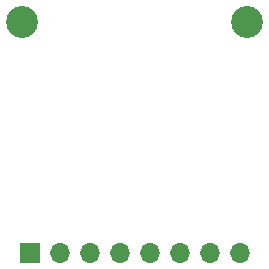
<source format=gbr>
%TF.GenerationSoftware,KiCad,Pcbnew,7.0.1*%
%TF.CreationDate,2023-04-15T14:41:49-07:00*%
%TF.ProjectId,SPI Flash Carrier,53504920-466c-4617-9368-204361727269,rev?*%
%TF.SameCoordinates,Original*%
%TF.FileFunction,Soldermask,Bot*%
%TF.FilePolarity,Negative*%
%FSLAX46Y46*%
G04 Gerber Fmt 4.6, Leading zero omitted, Abs format (unit mm)*
G04 Created by KiCad (PCBNEW 7.0.1) date 2023-04-15 14:41:49*
%MOMM*%
%LPD*%
G01*
G04 APERTURE LIST*
%ADD10C,2.700000*%
%ADD11R,1.700000X1.700000*%
%ADD12O,1.700000X1.700000*%
G04 APERTURE END LIST*
D10*
%TO.C,REF\u002A\u002A*%
X72000000Y-53000000D03*
%TD*%
D11*
%TO.C,J1*%
X53625000Y-72500000D03*
D12*
X56165000Y-72500000D03*
X58705000Y-72500000D03*
X61245000Y-72500000D03*
X63785000Y-72500000D03*
X66325000Y-72500000D03*
X68865000Y-72500000D03*
X71405000Y-72500000D03*
%TD*%
D10*
%TO.C,REF\u002A\u002A*%
X53000000Y-53000000D03*
%TD*%
M02*

</source>
